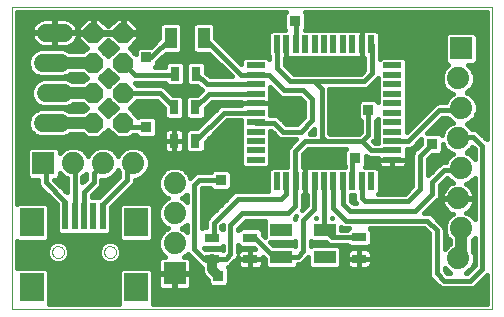
<source format=gtl>
G75*
G70*
%OFA0B0*%
%FSLAX24Y24*%
%IPPOS*%
%LPD*%
%AMOC8*
5,1,8,0,0,1.08239X$1,22.5*
%
%ADD10C,0.0000*%
%ADD11R,0.0591X0.0197*%
%ADD12R,0.0197X0.0591*%
%ADD13R,0.0748X0.0433*%
%ADD14R,0.0472X0.0315*%
%ADD15R,0.0315X0.0472*%
%ADD16C,0.0600*%
%ADD17R,0.0740X0.0740*%
%ADD18C,0.0740*%
%ADD19R,0.0394X0.0709*%
%ADD20OC8,0.0660*%
%ADD21R,0.0787X0.0945*%
%ADD22R,0.0197X0.0909*%
%ADD23C,0.0160*%
%ADD24R,0.0356X0.0356*%
%ADD25C,0.0400*%
%ADD26C,0.0320*%
D10*
X000180Y000416D02*
X000180Y010496D01*
X016180Y010496D01*
X016180Y000416D01*
X000180Y000416D01*
X001517Y002330D02*
X001519Y002357D01*
X001525Y002384D01*
X001534Y002410D01*
X001547Y002434D01*
X001563Y002457D01*
X001582Y002476D01*
X001604Y002493D01*
X001628Y002507D01*
X001653Y002517D01*
X001680Y002524D01*
X001707Y002527D01*
X001735Y002526D01*
X001762Y002521D01*
X001788Y002513D01*
X001812Y002501D01*
X001835Y002485D01*
X001856Y002467D01*
X001873Y002446D01*
X001888Y002422D01*
X001899Y002397D01*
X001907Y002371D01*
X001911Y002344D01*
X001911Y002316D01*
X001907Y002289D01*
X001899Y002263D01*
X001888Y002238D01*
X001873Y002214D01*
X001856Y002193D01*
X001835Y002175D01*
X001813Y002159D01*
X001788Y002147D01*
X001762Y002139D01*
X001735Y002134D01*
X001707Y002133D01*
X001680Y002136D01*
X001653Y002143D01*
X001628Y002153D01*
X001604Y002167D01*
X001582Y002184D01*
X001563Y002203D01*
X001547Y002226D01*
X001534Y002250D01*
X001525Y002276D01*
X001519Y002303D01*
X001517Y002330D01*
X003249Y002330D02*
X003251Y002357D01*
X003257Y002384D01*
X003266Y002410D01*
X003279Y002434D01*
X003295Y002457D01*
X003314Y002476D01*
X003336Y002493D01*
X003360Y002507D01*
X003385Y002517D01*
X003412Y002524D01*
X003439Y002527D01*
X003467Y002526D01*
X003494Y002521D01*
X003520Y002513D01*
X003544Y002501D01*
X003567Y002485D01*
X003588Y002467D01*
X003605Y002446D01*
X003620Y002422D01*
X003631Y002397D01*
X003639Y002371D01*
X003643Y002344D01*
X003643Y002316D01*
X003639Y002289D01*
X003631Y002263D01*
X003620Y002238D01*
X003605Y002214D01*
X003588Y002193D01*
X003567Y002175D01*
X003545Y002159D01*
X003520Y002147D01*
X003494Y002139D01*
X003467Y002134D01*
X003439Y002133D01*
X003412Y002136D01*
X003385Y002143D01*
X003360Y002153D01*
X003336Y002167D01*
X003314Y002184D01*
X003295Y002203D01*
X003279Y002226D01*
X003266Y002250D01*
X003257Y002276D01*
X003251Y002303D01*
X003249Y002330D01*
D11*
X008297Y005401D03*
X008297Y005716D03*
X008297Y006031D03*
X008297Y006346D03*
X008297Y006661D03*
X008297Y006976D03*
X008297Y007291D03*
X008297Y007606D03*
X008297Y007921D03*
X008297Y008236D03*
X008297Y008551D03*
X012863Y008551D03*
X012863Y008236D03*
X012863Y007921D03*
X012863Y007606D03*
X012863Y007291D03*
X012863Y006976D03*
X012863Y006661D03*
X012863Y006346D03*
X012863Y006031D03*
X012863Y005716D03*
X012863Y005401D03*
D12*
X012155Y004693D03*
X011840Y004693D03*
X011525Y004693D03*
X011210Y004693D03*
X010895Y004693D03*
X010580Y004693D03*
X010265Y004693D03*
X009950Y004693D03*
X009635Y004693D03*
X009320Y004693D03*
X009005Y004693D03*
X009005Y009259D03*
X009320Y009259D03*
X009635Y009259D03*
X009950Y009259D03*
X010265Y009259D03*
X010580Y009259D03*
X010895Y009259D03*
X011210Y009259D03*
X011525Y009259D03*
X011840Y009259D03*
X012155Y009259D03*
D13*
X010608Y003069D03*
X010608Y002163D03*
X009152Y002163D03*
X009152Y003069D03*
D14*
X008120Y002810D03*
X008120Y002102D03*
X006840Y002102D03*
X006840Y002810D03*
X011750Y002820D03*
X011750Y002112D03*
D15*
X006294Y006036D03*
X005586Y006036D03*
X005586Y007156D03*
X006294Y007156D03*
X006314Y008276D03*
X005606Y008276D03*
D16*
X001900Y007636D02*
X001300Y007636D01*
X001200Y006636D02*
X001800Y006636D01*
X001800Y008636D02*
X001200Y008636D01*
X001300Y009636D02*
X001900Y009636D01*
D17*
X001220Y005296D03*
X005600Y001616D03*
X015150Y009116D03*
D18*
X015050Y008116D03*
X015150Y007116D03*
X015050Y006116D03*
X015150Y005116D03*
X015050Y004116D03*
X015150Y003116D03*
X015050Y002116D03*
X005600Y002616D03*
X005600Y003616D03*
X005600Y004616D03*
X004220Y005296D03*
X003220Y005296D03*
X002220Y005296D03*
D19*
X005469Y009476D03*
X006571Y009476D03*
D20*
X003885Y009631D03*
X002885Y009631D03*
X002885Y008631D03*
X003885Y008631D03*
X003885Y007631D03*
X002885Y007631D03*
X002885Y006631D03*
X003885Y006631D03*
D21*
X004312Y003314D03*
X004312Y001149D03*
X000848Y001149D03*
X000848Y003314D03*
D22*
X001950Y003536D03*
X002265Y003536D03*
X002580Y003536D03*
X002895Y003536D03*
X003210Y003536D03*
D23*
X003210Y003926D01*
X004020Y004736D01*
X004020Y005096D01*
X004220Y005296D01*
X004736Y005488D02*
X007821Y005488D01*
X007821Y005647D02*
X006553Y005647D01*
X006526Y005620D02*
X006632Y005725D01*
X006632Y006006D01*
X007342Y006716D01*
X007821Y006716D01*
X007821Y005228D01*
X007927Y005123D01*
X008666Y005123D01*
X008772Y005228D01*
X008772Y006376D01*
X008802Y006376D01*
X009053Y006126D01*
X009148Y006086D01*
X009642Y006086D01*
X009473Y005916D01*
X009400Y005843D01*
X009360Y005748D01*
X009360Y005168D01*
X008832Y005168D01*
X008727Y005062D01*
X008727Y004356D01*
X007648Y004356D01*
X007553Y004316D01*
X006753Y003516D01*
X006680Y003443D01*
X006640Y003348D01*
X006640Y003148D01*
X006529Y003148D01*
X006520Y003139D01*
X006520Y004468D01*
X006528Y004476D01*
X006789Y004476D01*
X006887Y004378D01*
X007393Y004378D01*
X007498Y004483D01*
X007498Y004989D01*
X007393Y005094D01*
X006887Y005094D01*
X006789Y004996D01*
X006368Y004996D01*
X006273Y004956D01*
X006118Y004802D01*
X006066Y004928D01*
X005912Y005082D01*
X005709Y005166D01*
X005491Y005166D01*
X005288Y005082D01*
X005134Y004928D01*
X005050Y004725D01*
X005050Y004507D01*
X005134Y004304D01*
X005288Y004150D01*
X005370Y004116D01*
X005288Y004082D01*
X005134Y003928D01*
X005050Y003725D01*
X005050Y003507D01*
X005134Y003304D01*
X005288Y003150D01*
X005370Y003116D01*
X005288Y003082D01*
X005134Y002928D01*
X005050Y002725D01*
X005050Y002507D01*
X005134Y002304D01*
X005272Y002166D01*
X005206Y002166D01*
X005161Y002154D01*
X005119Y002130D01*
X005086Y002097D01*
X005062Y002056D01*
X005050Y002010D01*
X005050Y001636D01*
X005580Y001636D01*
X005580Y001596D01*
X005620Y001596D01*
X005620Y001066D01*
X005994Y001066D01*
X006039Y001078D01*
X006081Y001102D01*
X006114Y001136D01*
X006138Y001177D01*
X006150Y001222D01*
X006150Y001596D01*
X005620Y001596D01*
X005620Y001636D01*
X006150Y001636D01*
X006150Y002010D01*
X006138Y002056D01*
X006114Y002097D01*
X006081Y002130D01*
X006039Y002154D01*
X005994Y002166D01*
X005928Y002166D01*
X006037Y002275D01*
X006040Y002269D01*
X006360Y001949D01*
X006424Y001885D01*
X006424Y001870D01*
X006500Y001793D01*
X006500Y001688D01*
X006552Y001563D01*
X006702Y001413D01*
X006702Y001283D01*
X006807Y001178D01*
X007313Y001178D01*
X007418Y001283D01*
X007418Y001789D01*
X007365Y001842D01*
X007447Y001876D01*
X007520Y001949D01*
X007680Y002109D01*
X007704Y002165D01*
X007704Y002102D01*
X008120Y002102D01*
X008120Y002439D01*
X007860Y002439D01*
X007814Y002427D01*
X007773Y002403D01*
X007740Y002370D01*
X007720Y002335D01*
X007720Y002562D01*
X007809Y002473D01*
X008235Y002473D01*
X008269Y002439D01*
X008120Y002439D01*
X008120Y002102D01*
X008120Y002102D01*
X008536Y002102D01*
X008536Y002172D01*
X008598Y002111D01*
X008598Y001872D01*
X008703Y001767D01*
X009600Y001767D01*
X009706Y001872D01*
X009706Y001916D01*
X009752Y001916D01*
X009847Y001956D01*
X009920Y002029D01*
X010027Y002136D01*
X010054Y002163D01*
X010054Y001872D01*
X010160Y001767D01*
X011057Y001767D01*
X011162Y001872D01*
X011162Y002454D01*
X011057Y002560D01*
X010160Y002560D01*
X010140Y002540D01*
X010140Y002692D01*
X010160Y002672D01*
X010637Y002672D01*
X010709Y002600D01*
X010805Y002560D01*
X011362Y002560D01*
X011439Y002483D01*
X012061Y002483D01*
X012166Y002588D01*
X012166Y003052D01*
X012103Y003116D01*
X013912Y003116D01*
X014080Y002948D01*
X014080Y001564D01*
X014120Y001469D01*
X014360Y001229D01*
X014433Y001156D01*
X014528Y001116D01*
X015512Y001116D01*
X015607Y001156D01*
X016000Y001548D01*
X016000Y000596D01*
X004880Y000596D01*
X004886Y000602D01*
X004886Y001696D01*
X004781Y001801D01*
X003844Y001801D01*
X003739Y001696D01*
X003739Y000602D01*
X003744Y000596D01*
X001416Y000596D01*
X001421Y000602D01*
X001421Y001696D01*
X001316Y001801D01*
X000379Y001801D01*
X000360Y001782D01*
X000360Y002681D01*
X000379Y002662D01*
X001316Y002662D01*
X001421Y002767D01*
X001421Y003861D01*
X001316Y003966D01*
X000379Y003966D01*
X000360Y003947D01*
X000360Y010316D01*
X009309Y010316D01*
X009262Y010269D01*
X009262Y009763D01*
X009290Y009735D01*
X009198Y009735D01*
X009182Y009731D01*
X009178Y009735D01*
X008832Y009735D01*
X008727Y009629D01*
X008727Y008890D01*
X008745Y008871D01*
X008745Y008750D01*
X008666Y008829D01*
X007927Y008829D01*
X007821Y008724D01*
X007821Y008594D01*
X006948Y009467D01*
X006948Y009905D01*
X006843Y010010D01*
X006300Y010010D01*
X006194Y009905D01*
X006194Y009047D01*
X006300Y008942D01*
X006738Y008942D01*
X007499Y008181D01*
X006777Y008181D01*
X006652Y008306D01*
X006652Y008587D01*
X006546Y008692D01*
X006082Y008692D01*
X005977Y008587D01*
X005977Y007965D01*
X006082Y007860D01*
X006363Y007860D01*
X006497Y007726D01*
X006343Y007572D01*
X006062Y007572D01*
X005957Y007467D01*
X005957Y006845D01*
X006062Y006740D01*
X006526Y006740D01*
X006632Y006845D01*
X006632Y007126D01*
X006852Y007346D01*
X007821Y007346D01*
X007821Y007291D01*
X007821Y007236D01*
X007183Y007236D01*
X007087Y007196D01*
X006343Y006452D01*
X006062Y006452D01*
X005957Y006347D01*
X005957Y005725D01*
X006062Y005620D01*
X006526Y005620D01*
X006632Y005805D02*
X007821Y005805D01*
X007821Y005964D02*
X006632Y005964D01*
X006748Y006122D02*
X007821Y006122D01*
X007821Y006281D02*
X006907Y006281D01*
X007065Y006439D02*
X007821Y006439D01*
X007821Y006598D02*
X007224Y006598D01*
X006805Y006915D02*
X006632Y006915D01*
X006647Y006756D02*
X006543Y006756D01*
X006488Y006598D02*
X005018Y006598D01*
X005018Y006439D02*
X005357Y006439D01*
X005359Y006440D02*
X005318Y006416D01*
X005284Y006383D01*
X005260Y006342D01*
X005248Y006296D01*
X005248Y006036D01*
X005248Y005776D01*
X005260Y005730D01*
X005284Y005689D01*
X005318Y005656D01*
X005359Y005632D01*
X005404Y005620D01*
X005586Y005620D01*
X005767Y005620D01*
X005813Y005632D01*
X005854Y005656D01*
X005887Y005689D01*
X005911Y005730D01*
X005923Y005776D01*
X005923Y006036D01*
X005586Y006036D01*
X005586Y006036D01*
X005923Y006036D01*
X005923Y006296D01*
X005911Y006342D01*
X005887Y006383D01*
X005854Y006416D01*
X005813Y006440D01*
X005767Y006452D01*
X005586Y006452D01*
X005586Y006036D01*
X005586Y005620D01*
X005586Y006036D01*
X005586Y006036D01*
X005586Y006036D01*
X005586Y006452D01*
X005404Y006452D01*
X005359Y006440D01*
X005248Y006281D02*
X005018Y006281D01*
X005018Y006243D02*
X005018Y006749D01*
X004913Y006854D01*
X004407Y006854D01*
X004395Y006842D01*
X004106Y007131D01*
X004346Y007371D01*
X005003Y007371D01*
X005248Y007126D01*
X005248Y006845D01*
X005354Y006740D01*
X005818Y006740D01*
X005923Y006845D01*
X005923Y007467D01*
X005818Y007572D01*
X005537Y007572D01*
X005258Y007851D01*
X005163Y007891D01*
X004346Y007891D01*
X004266Y007971D01*
X005268Y007971D01*
X005268Y007965D01*
X005374Y007860D01*
X005838Y007860D01*
X005943Y007965D01*
X005943Y008587D01*
X005838Y008692D01*
X005374Y008692D01*
X005268Y008587D01*
X005268Y008491D01*
X004945Y008491D01*
X005018Y008563D01*
X005018Y008658D01*
X005302Y008942D01*
X005740Y008942D01*
X005846Y009047D01*
X005846Y009905D01*
X005740Y010010D01*
X005197Y010010D01*
X005092Y009905D01*
X005092Y009467D01*
X004799Y009174D01*
X004407Y009174D01*
X004302Y009069D01*
X004302Y008935D01*
X004106Y009131D01*
X004395Y009419D01*
X004395Y009611D01*
X003905Y009611D01*
X003905Y009651D01*
X003865Y009651D01*
X003865Y010141D01*
X003674Y010141D01*
X003385Y009852D01*
X003096Y010141D01*
X002905Y010141D01*
X002905Y009651D01*
X002865Y009651D01*
X002865Y010141D01*
X002674Y010141D01*
X002375Y009842D01*
X002375Y009705D01*
X002368Y009748D01*
X002345Y009820D01*
X002311Y009888D01*
X002266Y009949D01*
X002213Y010002D01*
X002152Y010047D01*
X002084Y010081D01*
X002012Y010104D01*
X001938Y010116D01*
X001620Y010116D01*
X001620Y009656D01*
X002375Y009656D01*
X002375Y009651D01*
X002865Y009651D01*
X002865Y009611D01*
X002380Y009611D01*
X002380Y009616D01*
X001620Y009616D01*
X001620Y009156D01*
X001938Y009156D01*
X002012Y009168D01*
X002084Y009191D01*
X002152Y009225D01*
X002213Y009270D01*
X002266Y009323D01*
X002311Y009384D01*
X002345Y009452D01*
X002368Y009524D01*
X002375Y009567D01*
X002375Y009419D01*
X002664Y009131D01*
X002549Y009016D01*
X002099Y009016D01*
X002072Y009043D01*
X001895Y009116D01*
X001105Y009116D01*
X000928Y009043D01*
X000793Y008908D01*
X000720Y008732D01*
X000720Y008541D01*
X000793Y008364D01*
X000928Y008229D01*
X001105Y008156D01*
X001895Y008156D01*
X002072Y008229D01*
X002099Y008256D01*
X002538Y008256D01*
X002664Y008131D01*
X002549Y008016D01*
X002199Y008016D01*
X002172Y008043D01*
X001995Y008116D01*
X001205Y008116D01*
X001028Y008043D01*
X000893Y007908D01*
X000820Y007732D01*
X000820Y007541D01*
X000893Y007364D01*
X001028Y007229D01*
X001205Y007156D01*
X001995Y007156D01*
X002172Y007229D01*
X002199Y007256D01*
X002538Y007256D01*
X002664Y007131D01*
X002549Y007016D01*
X002099Y007016D01*
X002072Y007043D01*
X001895Y007116D01*
X001105Y007116D01*
X000928Y007043D01*
X000793Y006908D01*
X000720Y006732D01*
X000720Y006541D01*
X000793Y006364D01*
X000928Y006229D01*
X001105Y006156D01*
X001895Y006156D01*
X002072Y006229D01*
X002099Y006256D01*
X002538Y006256D01*
X002674Y006121D01*
X003096Y006121D01*
X003385Y006409D01*
X003674Y006121D01*
X004096Y006121D01*
X004212Y006236D01*
X004309Y006236D01*
X004407Y006138D01*
X004913Y006138D01*
X005018Y006243D01*
X005248Y006122D02*
X004098Y006122D01*
X004111Y005846D02*
X003908Y005762D01*
X003754Y005608D01*
X003720Y005526D01*
X003686Y005608D01*
X003532Y005762D01*
X003329Y005846D01*
X003111Y005846D01*
X002908Y005762D01*
X002754Y005608D01*
X002720Y005526D01*
X002686Y005608D01*
X002532Y005762D01*
X002329Y005846D01*
X002111Y005846D01*
X001908Y005762D01*
X001770Y005624D01*
X001770Y005741D01*
X001665Y005846D01*
X000775Y005846D01*
X000670Y005741D01*
X000670Y004851D01*
X000775Y004746D01*
X001040Y004746D01*
X001040Y004604D01*
X001080Y004509D01*
X001153Y004436D01*
X001672Y003917D01*
X001672Y003007D01*
X001777Y002902D01*
X003383Y002902D01*
X003488Y003007D01*
X003488Y003837D01*
X004167Y004516D01*
X004240Y004589D01*
X004280Y004684D01*
X004280Y004746D01*
X004329Y004746D01*
X004532Y004830D01*
X004686Y004984D01*
X004770Y005187D01*
X004770Y005405D01*
X004686Y005608D01*
X004532Y005762D01*
X004329Y005846D01*
X004111Y005846D01*
X004012Y005805D02*
X003428Y005805D01*
X003647Y005647D02*
X003793Y005647D01*
X004428Y005805D02*
X005248Y005805D01*
X005248Y005964D02*
X000360Y005964D01*
X000360Y005805D02*
X000734Y005805D01*
X000670Y005647D02*
X000360Y005647D01*
X000360Y005488D02*
X000670Y005488D01*
X000670Y005330D02*
X000360Y005330D01*
X000360Y005171D02*
X000670Y005171D01*
X000670Y005013D02*
X000360Y005013D01*
X000360Y004854D02*
X000670Y004854D01*
X000360Y004696D02*
X001040Y004696D01*
X001068Y004537D02*
X000360Y004537D01*
X000360Y004379D02*
X001210Y004379D01*
X001368Y004220D02*
X000360Y004220D01*
X000360Y004062D02*
X001527Y004062D01*
X001672Y003903D02*
X001379Y003903D01*
X001421Y003745D02*
X001672Y003745D01*
X001672Y003586D02*
X001421Y003586D01*
X001421Y003428D02*
X001672Y003428D01*
X001950Y003536D02*
X001950Y004006D01*
X001300Y004656D01*
X001300Y005216D01*
X001220Y005296D01*
X001770Y004968D02*
X001908Y004830D01*
X002005Y004790D01*
X002005Y004319D01*
X001578Y004746D01*
X001665Y004746D01*
X001770Y004851D01*
X001770Y004968D01*
X001770Y004854D02*
X001884Y004854D01*
X002005Y004696D02*
X001628Y004696D01*
X001787Y004537D02*
X002005Y004537D01*
X002005Y004379D02*
X001945Y004379D01*
X002580Y004336D02*
X002900Y004656D01*
X002900Y004976D01*
X003220Y005296D01*
X003720Y005066D02*
X003754Y004984D01*
X003760Y004978D01*
X003760Y004844D01*
X003087Y004170D01*
X003037Y004170D01*
X002840Y004170D01*
X002840Y004228D01*
X003047Y004436D01*
X003120Y004509D01*
X003160Y004604D01*
X003160Y004746D01*
X003329Y004746D01*
X003532Y004830D01*
X003686Y004984D01*
X003720Y005066D01*
X003698Y005013D02*
X003742Y005013D01*
X003760Y004854D02*
X003556Y004854D01*
X003612Y004696D02*
X003160Y004696D01*
X003132Y004537D02*
X003453Y004537D01*
X003295Y004379D02*
X002990Y004379D01*
X003136Y004220D02*
X002840Y004220D01*
X002580Y004336D02*
X002580Y003536D01*
X002265Y003536D02*
X002265Y005251D01*
X002220Y005296D01*
X002640Y004938D02*
X002640Y004764D01*
X002525Y004649D01*
X002525Y004827D01*
X002532Y004830D01*
X002640Y004938D01*
X002640Y004854D02*
X002556Y004854D01*
X002572Y004696D02*
X002525Y004696D01*
X003555Y003903D02*
X003781Y003903D01*
X003739Y003861D02*
X003844Y003966D01*
X004781Y003966D01*
X004886Y003861D01*
X004886Y002767D01*
X004781Y002662D01*
X003844Y002662D01*
X003739Y002767D01*
X003739Y003861D01*
X003739Y003745D02*
X003488Y003745D01*
X003488Y003586D02*
X003739Y003586D01*
X003739Y003428D02*
X003488Y003428D01*
X003488Y003269D02*
X003739Y003269D01*
X003739Y003111D02*
X003488Y003111D01*
X003433Y002952D02*
X003739Y002952D01*
X003739Y002794D02*
X001421Y002794D01*
X001421Y002952D02*
X001727Y002952D01*
X001672Y003111D02*
X001421Y003111D01*
X001421Y003269D02*
X001672Y003269D01*
X001639Y002707D02*
X001500Y002649D01*
X001394Y002543D01*
X001337Y002405D01*
X001337Y002255D01*
X001394Y002116D01*
X001500Y002010D01*
X001639Y001953D01*
X001789Y001953D01*
X001927Y002010D01*
X002033Y002116D01*
X002091Y002255D01*
X002091Y002405D01*
X002033Y002543D01*
X001927Y002649D01*
X001789Y002707D01*
X001639Y002707D01*
X001486Y002635D02*
X000360Y002635D01*
X000360Y002477D02*
X001367Y002477D01*
X001337Y002318D02*
X000360Y002318D01*
X000360Y002160D02*
X001376Y002160D01*
X001523Y002001D02*
X000360Y002001D01*
X000360Y001843D02*
X005050Y001843D01*
X005050Y002001D02*
X003637Y002001D01*
X003660Y002010D02*
X003766Y002116D01*
X003823Y002255D01*
X003823Y002405D01*
X003766Y002543D01*
X003660Y002649D01*
X003521Y002707D01*
X003371Y002707D01*
X003233Y002649D01*
X003127Y002543D01*
X003069Y002405D01*
X003069Y002255D01*
X003127Y002116D01*
X003233Y002010D01*
X003371Y001953D01*
X003521Y001953D01*
X003660Y002010D01*
X003784Y002160D02*
X005182Y002160D01*
X005128Y002318D02*
X003823Y002318D01*
X003793Y002477D02*
X005062Y002477D01*
X005050Y002635D02*
X003674Y002635D01*
X003218Y002635D02*
X001942Y002635D01*
X002061Y002477D02*
X003099Y002477D01*
X003069Y002318D02*
X002091Y002318D01*
X002051Y002160D02*
X003109Y002160D01*
X003255Y002001D02*
X001905Y002001D01*
X001421Y001684D02*
X003739Y001684D01*
X003739Y001526D02*
X001421Y001526D01*
X001421Y001367D02*
X003739Y001367D01*
X003739Y001209D02*
X001421Y001209D01*
X001421Y001050D02*
X003739Y001050D01*
X003739Y000892D02*
X001421Y000892D01*
X001421Y000733D02*
X003739Y000733D01*
X004886Y000733D02*
X016000Y000733D01*
X016000Y000892D02*
X004886Y000892D01*
X004886Y001050D02*
X016000Y001050D01*
X016000Y001209D02*
X015660Y001209D01*
X015819Y001367D02*
X016000Y001367D01*
X016000Y001526D02*
X015977Y001526D01*
X015860Y001776D02*
X015860Y005856D01*
X015540Y006176D01*
X015110Y006176D01*
X015050Y006116D01*
X014538Y005915D02*
X014584Y005804D01*
X014738Y005650D01*
X014870Y005595D01*
X014838Y005582D01*
X014684Y005428D01*
X014638Y005316D01*
X014528Y005316D01*
X014433Y005276D01*
X014360Y005203D01*
X014040Y004884D01*
X014040Y005428D01*
X014190Y005578D01*
X014433Y005578D01*
X014538Y005683D01*
X014538Y005915D01*
X014538Y005805D02*
X014584Y005805D01*
X014501Y005647D02*
X014746Y005647D01*
X014744Y005488D02*
X014100Y005488D01*
X014040Y005330D02*
X014643Y005330D01*
X014580Y005056D02*
X015090Y005056D01*
X015150Y005116D01*
X015600Y004788D02*
X015600Y003444D01*
X015462Y003582D01*
X015325Y003639D01*
X015338Y003646D01*
X015408Y003697D01*
X015470Y003758D01*
X015520Y003828D01*
X015560Y003905D01*
X015586Y003987D01*
X015600Y004073D01*
X015600Y004096D01*
X015070Y004096D01*
X015070Y004136D01*
X015600Y004136D01*
X015600Y004159D01*
X015586Y004245D01*
X015560Y004327D01*
X015520Y004404D01*
X015470Y004474D01*
X015408Y004536D01*
X015338Y004586D01*
X015325Y004593D01*
X015462Y004650D01*
X015600Y004788D01*
X015600Y004696D02*
X015507Y004696D01*
X015600Y004537D02*
X015406Y004537D01*
X015534Y004379D02*
X015600Y004379D01*
X015590Y004220D02*
X015600Y004220D01*
X015598Y004062D02*
X015600Y004062D01*
X015600Y003903D02*
X015559Y003903D01*
X015600Y003745D02*
X015456Y003745D01*
X015453Y003586D02*
X015600Y003586D01*
X014871Y003596D02*
X014838Y003582D01*
X014684Y003428D01*
X014600Y003225D01*
X014600Y003007D01*
X014684Y002804D01*
X014770Y002718D01*
X014770Y002595D01*
X014738Y002582D01*
X014600Y002444D01*
X014600Y003108D01*
X014560Y003203D01*
X014487Y003276D01*
X014167Y003596D01*
X014072Y003636D01*
X013928Y003636D01*
X014327Y004036D01*
X014400Y004109D01*
X014440Y004204D01*
X014440Y004548D01*
X014688Y004796D01*
X014692Y004796D01*
X014838Y004650D01*
X014871Y004636D01*
X014839Y004626D01*
X014762Y004586D01*
X014692Y004536D01*
X014630Y004474D01*
X014580Y004404D01*
X014540Y004327D01*
X014514Y004245D01*
X014500Y004159D01*
X014500Y004136D01*
X015030Y004136D01*
X015030Y004096D01*
X014500Y004096D01*
X014500Y004073D01*
X014514Y003987D01*
X014540Y003905D01*
X014580Y003828D01*
X014630Y003758D01*
X014692Y003697D01*
X014762Y003646D01*
X014839Y003606D01*
X014871Y003596D01*
X014847Y003586D02*
X014178Y003586D01*
X014336Y003428D02*
X014684Y003428D01*
X014618Y003269D02*
X014495Y003269D01*
X014599Y003111D02*
X014600Y003111D01*
X014600Y002952D02*
X014623Y002952D01*
X014600Y002794D02*
X014695Y002794D01*
X014770Y002635D02*
X014600Y002635D01*
X014600Y002477D02*
X014633Y002477D01*
X014080Y002477D02*
X011140Y002477D01*
X011346Y002339D02*
X011370Y002380D01*
X011403Y002413D01*
X011444Y002437D01*
X011490Y002449D01*
X011750Y002449D01*
X011750Y002112D01*
X011750Y002112D01*
X011750Y002449D01*
X012010Y002449D01*
X012056Y002437D01*
X012097Y002413D01*
X012130Y002380D01*
X012154Y002339D01*
X012166Y002293D01*
X012166Y002112D01*
X011750Y002112D01*
X011750Y002112D01*
X011334Y002112D01*
X011334Y002293D01*
X011346Y002339D01*
X011341Y002318D02*
X011162Y002318D01*
X011162Y002160D02*
X011334Y002160D01*
X011334Y002112D02*
X011334Y001931D01*
X011346Y001885D01*
X011370Y001844D01*
X011403Y001810D01*
X011444Y001786D01*
X011490Y001774D01*
X011750Y001774D01*
X011750Y002112D01*
X011750Y002112D01*
X011334Y002112D01*
X011334Y002001D02*
X011162Y002001D01*
X011133Y001843D02*
X011371Y001843D01*
X011750Y001843D02*
X011750Y001843D01*
X011750Y001774D02*
X012010Y001774D01*
X012056Y001786D01*
X012097Y001810D01*
X012130Y001844D01*
X012154Y001885D01*
X012166Y001931D01*
X012166Y002112D01*
X011750Y002112D01*
X011750Y001774D01*
X011750Y002001D02*
X011750Y002001D01*
X011750Y002112D02*
X011750Y002112D01*
X011750Y002160D02*
X011750Y002160D01*
X011750Y002318D02*
X011750Y002318D01*
X012159Y002318D02*
X014080Y002318D01*
X014080Y002160D02*
X012166Y002160D01*
X012166Y002001D02*
X014080Y002001D01*
X014080Y001843D02*
X012129Y001843D01*
X012166Y002635D02*
X014080Y002635D01*
X014080Y002794D02*
X012166Y002794D01*
X012166Y002952D02*
X014076Y002952D01*
X014340Y003056D02*
X014340Y001616D01*
X014580Y001376D01*
X015460Y001376D01*
X015860Y001776D01*
X015600Y001884D02*
X015352Y001636D01*
X015328Y001636D01*
X015362Y001650D01*
X015516Y001804D01*
X015600Y002007D01*
X015600Y002225D01*
X015530Y002394D01*
X015530Y002718D01*
X015600Y002788D01*
X015600Y001884D01*
X015559Y001843D02*
X015532Y001843D01*
X015598Y002001D02*
X015600Y002001D01*
X015600Y002160D02*
X015600Y002160D01*
X015600Y002318D02*
X015562Y002318D01*
X015530Y002477D02*
X015600Y002477D01*
X015600Y002635D02*
X015530Y002635D01*
X014340Y003056D02*
X014020Y003376D01*
X011300Y003376D01*
X010895Y003781D01*
X010895Y004693D01*
X011210Y004693D02*
X011220Y004682D01*
X011220Y003936D01*
X011460Y003696D01*
X013620Y003696D01*
X014180Y004256D01*
X014180Y004656D01*
X014580Y005056D01*
X014327Y005171D02*
X014040Y005171D01*
X014040Y005013D02*
X014169Y005013D01*
X014587Y004696D02*
X014793Y004696D01*
X014694Y004537D02*
X014440Y004537D01*
X014440Y004379D02*
X014566Y004379D01*
X014510Y004220D02*
X014440Y004220D01*
X014502Y004062D02*
X014353Y004062D01*
X014195Y003903D02*
X014541Y003903D01*
X014644Y003745D02*
X014036Y003745D01*
X013380Y004016D02*
X013780Y004416D01*
X013780Y005536D01*
X014180Y005936D01*
X013822Y005946D02*
X013822Y006090D01*
X013542Y005811D01*
X013447Y005771D01*
X013339Y005771D01*
X013339Y005543D01*
X013335Y005539D01*
X013339Y005523D01*
X013339Y005401D01*
X012863Y005401D01*
X012388Y005401D01*
X012388Y005279D01*
X012400Y005233D01*
X012424Y005192D01*
X012458Y005159D01*
X012499Y005135D01*
X012544Y005123D01*
X012863Y005123D01*
X012863Y005401D01*
X012863Y005401D01*
X012863Y005401D01*
X012388Y005401D01*
X012388Y005456D01*
X012108Y005456D01*
X012013Y005496D01*
X011978Y005530D01*
X011978Y005203D01*
X011943Y005168D01*
X012328Y005168D01*
X012433Y005062D01*
X012433Y004323D01*
X012387Y004276D01*
X013272Y004276D01*
X013520Y004524D01*
X013520Y005588D01*
X013560Y005683D01*
X013822Y005946D01*
X013822Y005964D02*
X013695Y005964D01*
X013681Y005805D02*
X013529Y005805D01*
X013544Y005647D02*
X013339Y005647D01*
X013339Y005488D02*
X013520Y005488D01*
X013339Y005401D02*
X012863Y005401D01*
X012863Y005123D01*
X013182Y005123D01*
X013228Y005135D01*
X013269Y005159D01*
X013303Y005192D01*
X013326Y005233D01*
X013339Y005279D01*
X013339Y005401D01*
X013339Y005330D02*
X013520Y005330D01*
X013520Y005171D02*
X013282Y005171D01*
X013520Y005013D02*
X012433Y005013D01*
X012433Y004854D02*
X013520Y004854D01*
X013520Y004696D02*
X012433Y004696D01*
X012433Y004537D02*
X013520Y004537D01*
X013375Y004379D02*
X012433Y004379D01*
X012863Y004773D02*
X012980Y004656D01*
X012863Y004773D02*
X012863Y005401D01*
X012863Y005401D01*
X012863Y005330D02*
X012863Y005330D01*
X012863Y005171D02*
X012863Y005171D01*
X012445Y005171D02*
X011946Y005171D01*
X011978Y005330D02*
X012388Y005330D01*
X012031Y005488D02*
X011978Y005488D01*
X012160Y005716D02*
X011860Y006016D01*
X012060Y006216D01*
X012060Y007056D01*
X011702Y007073D02*
X010760Y007073D01*
X010760Y007232D02*
X011702Y007232D01*
X011702Y007309D02*
X011702Y006803D01*
X011800Y006705D01*
X011800Y006324D01*
X011752Y006276D01*
X010768Y006276D01*
X010760Y006284D01*
X010760Y007756D01*
X011962Y007756D01*
X012057Y007796D01*
X012388Y008127D01*
X012388Y008063D01*
X012388Y007339D01*
X012313Y007414D01*
X011807Y007414D01*
X011702Y007309D01*
X011783Y007390D02*
X010760Y007390D01*
X010760Y007549D02*
X012388Y007549D01*
X012388Y007390D02*
X012337Y007390D01*
X012388Y007707D02*
X010760Y007707D01*
X010500Y007776D02*
X010260Y008016D01*
X011910Y008016D01*
X012180Y008286D01*
X012180Y009234D01*
X012155Y009259D01*
X012433Y009302D02*
X012433Y009629D01*
X012328Y009735D01*
X011982Y009735D01*
X011978Y009731D01*
X011962Y009735D01*
X011840Y009735D01*
X011840Y009260D01*
X011840Y009260D01*
X011840Y009735D01*
X011718Y009735D01*
X011702Y009731D01*
X011698Y009735D01*
X009950Y009735D01*
X009978Y009763D01*
X009978Y010269D01*
X009931Y010316D01*
X016000Y010316D01*
X016000Y006084D01*
X015760Y006323D01*
X015687Y006396D01*
X015592Y006436D01*
X015508Y006436D01*
X015362Y006582D01*
X015330Y006595D01*
X015462Y006650D01*
X015616Y006804D01*
X015700Y007007D01*
X015700Y007225D01*
X015616Y007428D01*
X015462Y007582D01*
X015330Y007637D01*
X015362Y007650D01*
X015516Y007804D01*
X015600Y008007D01*
X015600Y008225D01*
X015516Y008428D01*
X015378Y008566D01*
X015595Y008566D01*
X015700Y008671D01*
X015700Y009561D01*
X015595Y009666D01*
X014705Y009666D01*
X014600Y009561D01*
X014600Y008671D01*
X014705Y008566D01*
X014722Y008566D01*
X014584Y008428D01*
X014500Y008225D01*
X014500Y008007D01*
X014584Y007804D01*
X014738Y007650D01*
X014870Y007595D01*
X014838Y007582D01*
X014684Y007428D01*
X014638Y007316D01*
X014368Y007316D01*
X014273Y007276D01*
X014200Y007203D01*
X013339Y006342D01*
X013339Y008724D01*
X013233Y008829D01*
X012494Y008829D01*
X012440Y008776D01*
X012440Y009286D01*
X012433Y009302D01*
X012438Y009292D02*
X014600Y009292D01*
X014600Y009451D02*
X012433Y009451D01*
X012433Y009609D02*
X014648Y009609D01*
X014600Y009134D02*
X012440Y009134D01*
X012440Y008975D02*
X014600Y008975D01*
X014600Y008817D02*
X013246Y008817D01*
X013339Y008658D02*
X014613Y008658D01*
X014656Y008500D02*
X013339Y008500D01*
X013339Y008341D02*
X014548Y008341D01*
X014500Y008183D02*
X013339Y008183D01*
X013339Y008024D02*
X014500Y008024D01*
X014558Y007866D02*
X013339Y007866D01*
X013339Y007707D02*
X014681Y007707D01*
X014805Y007549D02*
X013339Y007549D01*
X013339Y007390D02*
X014668Y007390D01*
X014420Y007056D02*
X015090Y007056D01*
X015150Y007116D01*
X015662Y006915D02*
X016000Y006915D01*
X016000Y006756D02*
X015568Y006756D01*
X015335Y006598D02*
X016000Y006598D01*
X016000Y006439D02*
X015505Y006439D01*
X015803Y006281D02*
X016000Y006281D01*
X016000Y006122D02*
X015962Y006122D01*
X015600Y005748D02*
X015524Y005824D01*
X015516Y005804D01*
X015362Y005650D01*
X015330Y005637D01*
X015462Y005582D01*
X015600Y005444D01*
X015600Y005748D01*
X015543Y005805D02*
X015516Y005805D01*
X015600Y005647D02*
X015354Y005647D01*
X015556Y005488D02*
X015600Y005488D01*
X014500Y006226D02*
X014433Y006294D01*
X014026Y006294D01*
X014528Y006796D01*
X014692Y006796D01*
X014838Y006650D01*
X014870Y006637D01*
X014738Y006582D01*
X014584Y006428D01*
X014500Y006226D01*
X014523Y006281D02*
X014446Y006281D01*
X014595Y006439D02*
X014171Y006439D01*
X014329Y006598D02*
X014775Y006598D01*
X014732Y006756D02*
X014488Y006756D01*
X014420Y007056D02*
X013395Y006031D01*
X012863Y006031D01*
X012863Y005716D02*
X012160Y005716D01*
X012268Y005976D02*
X012228Y006016D01*
X012280Y006069D01*
X012320Y006164D01*
X012320Y006705D01*
X012388Y006773D01*
X012388Y005976D01*
X012268Y005976D01*
X012302Y006122D02*
X012388Y006122D01*
X012388Y006281D02*
X012320Y006281D01*
X012320Y006439D02*
X012388Y006439D01*
X012388Y006598D02*
X012320Y006598D01*
X012371Y006756D02*
X012388Y006756D01*
X011800Y006598D02*
X010760Y006598D01*
X010760Y006439D02*
X011800Y006439D01*
X011757Y006281D02*
X010763Y006281D01*
X010500Y006176D02*
X010500Y007776D01*
X010260Y008016D02*
X009460Y008016D01*
X009005Y008471D01*
X009005Y009259D01*
X009320Y009259D02*
X009320Y009259D01*
X009320Y008784D01*
X009265Y008784D01*
X009265Y008579D01*
X009568Y008276D01*
X010208Y008276D01*
X011802Y008276D01*
X011920Y008394D01*
X011920Y008784D01*
X011840Y008784D01*
X011840Y009259D01*
X011840Y009259D01*
X011840Y008784D01*
X011718Y008784D01*
X011702Y008788D01*
X011698Y008784D01*
X009462Y008784D01*
X009458Y008788D01*
X009442Y008784D01*
X009320Y008784D01*
X009320Y009259D01*
X009320Y008636D01*
X009460Y008496D01*
X009940Y008496D01*
X011620Y008496D01*
X011840Y008716D01*
X011840Y009259D01*
X011840Y009292D02*
X011840Y009292D01*
X011840Y009451D02*
X011840Y009451D01*
X011840Y009609D02*
X011840Y009609D01*
X011840Y009134D02*
X011840Y009134D01*
X011840Y008975D02*
X011840Y008975D01*
X011840Y008817D02*
X011840Y008817D01*
X011920Y008658D02*
X009265Y008658D01*
X009320Y008817D02*
X009320Y008817D01*
X009320Y008975D02*
X009320Y008975D01*
X009320Y009134D02*
X009320Y009134D01*
X009635Y009259D02*
X009635Y010001D01*
X009620Y010016D01*
X009978Y010085D02*
X016000Y010085D01*
X016000Y010243D02*
X009978Y010243D01*
X009978Y009926D02*
X016000Y009926D01*
X016000Y009768D02*
X009978Y009768D01*
X009262Y009768D02*
X006948Y009768D01*
X006948Y009609D02*
X008727Y009609D01*
X008727Y009451D02*
X006964Y009451D01*
X007123Y009292D02*
X008727Y009292D01*
X008727Y009134D02*
X007281Y009134D01*
X007440Y008975D02*
X008727Y008975D01*
X008745Y008817D02*
X008679Y008817D01*
X009344Y008500D02*
X011920Y008500D01*
X011867Y008341D02*
X009503Y008341D01*
X009250Y007726D02*
X008740Y008236D01*
X008297Y008236D01*
X007811Y008236D01*
X006571Y009476D01*
X006194Y009451D02*
X005846Y009451D01*
X005846Y009292D02*
X006194Y009292D01*
X006194Y009134D02*
X005846Y009134D01*
X005774Y008975D02*
X006266Y008975D01*
X006048Y008658D02*
X005872Y008658D01*
X005943Y008500D02*
X005977Y008500D01*
X005977Y008341D02*
X005943Y008341D01*
X005943Y008183D02*
X005977Y008183D01*
X005977Y008024D02*
X005943Y008024D01*
X005843Y007866D02*
X006077Y007866D01*
X006478Y007707D02*
X005402Y007707D01*
X005368Y007866D02*
X005223Y007866D01*
X005111Y007631D02*
X005586Y007156D01*
X005923Y007232D02*
X005957Y007232D01*
X005957Y007073D02*
X005923Y007073D01*
X005923Y006915D02*
X005957Y006915D01*
X006046Y006756D02*
X005834Y006756D01*
X005814Y006439D02*
X006049Y006439D01*
X005957Y006281D02*
X005923Y006281D01*
X005923Y006122D02*
X005957Y006122D01*
X005957Y005964D02*
X005923Y005964D01*
X005923Y005805D02*
X005957Y005805D01*
X006036Y005647D02*
X005838Y005647D01*
X005586Y005647D02*
X005586Y005647D01*
X005586Y005805D02*
X005586Y005805D01*
X005586Y005964D02*
X005586Y005964D01*
X005586Y006036D02*
X005248Y006036D01*
X005586Y006036D01*
X005586Y006036D01*
X005586Y006122D02*
X005586Y006122D01*
X005586Y006281D02*
X005586Y006281D01*
X005586Y006439D02*
X005586Y006439D01*
X005337Y006756D02*
X005011Y006756D01*
X005248Y006915D02*
X004322Y006915D01*
X004395Y006842D02*
X004395Y006842D01*
X004164Y007073D02*
X005248Y007073D01*
X005142Y007232D02*
X004207Y007232D01*
X003664Y007131D02*
X003385Y007409D01*
X003106Y007131D01*
X003385Y006852D01*
X003664Y007131D01*
X003606Y007073D02*
X003164Y007073D01*
X003207Y007232D02*
X003563Y007232D01*
X003404Y007390D02*
X003366Y007390D01*
X003885Y007631D02*
X005111Y007631D01*
X005841Y007549D02*
X006039Y007549D01*
X005957Y007390D02*
X005923Y007390D01*
X006294Y007156D02*
X006744Y007606D01*
X008297Y007606D01*
X008297Y007921D02*
X006669Y007921D01*
X006314Y008276D01*
X006652Y008341D02*
X007338Y008341D01*
X007180Y008500D02*
X006652Y008500D01*
X006581Y008658D02*
X007021Y008658D01*
X006863Y008817D02*
X005177Y008817D01*
X005019Y008658D02*
X005339Y008658D01*
X005268Y008500D02*
X004954Y008500D01*
X004820Y008827D02*
X004660Y008816D01*
X004820Y008827D02*
X005469Y009476D01*
X005076Y009451D02*
X004395Y009451D01*
X004268Y009292D02*
X004917Y009292D01*
X005092Y009609D02*
X004395Y009609D01*
X004395Y009651D02*
X004395Y009842D01*
X004096Y010141D01*
X003905Y010141D01*
X003905Y009651D01*
X004395Y009651D01*
X004395Y009768D02*
X005092Y009768D01*
X005113Y009926D02*
X004311Y009926D01*
X004152Y010085D02*
X009262Y010085D01*
X009262Y010243D02*
X000360Y010243D01*
X000360Y010085D02*
X001127Y010085D01*
X001116Y010081D02*
X001048Y010047D01*
X000987Y010002D01*
X000934Y009949D01*
X000889Y009888D01*
X000855Y009820D01*
X000832Y009748D01*
X000820Y009674D01*
X000820Y009656D01*
X001580Y009656D01*
X001580Y009616D01*
X001620Y009616D01*
X001620Y009656D01*
X001580Y009656D01*
X001580Y010116D01*
X001262Y010116D01*
X001188Y010104D01*
X001116Y010081D01*
X000917Y009926D02*
X000360Y009926D01*
X000360Y009768D02*
X000838Y009768D01*
X000820Y009616D02*
X000820Y009598D01*
X000832Y009524D01*
X000855Y009452D01*
X000889Y009384D01*
X000934Y009323D01*
X000987Y009270D01*
X001048Y009225D01*
X001116Y009191D01*
X001188Y009168D01*
X001262Y009156D01*
X001580Y009156D01*
X001580Y009616D01*
X000820Y009616D01*
X000820Y009609D02*
X000360Y009609D01*
X000360Y009451D02*
X000856Y009451D01*
X000965Y009292D02*
X000360Y009292D01*
X000360Y009134D02*
X002661Y009134D01*
X002502Y009292D02*
X002235Y009292D01*
X002344Y009451D02*
X002375Y009451D01*
X002362Y009768D02*
X002375Y009768D01*
X002459Y009926D02*
X002283Y009926D01*
X002073Y010085D02*
X002618Y010085D01*
X002865Y010085D02*
X002905Y010085D01*
X002905Y009926D02*
X002865Y009926D01*
X002865Y009768D02*
X002905Y009768D01*
X002905Y009651D02*
X003395Y009651D01*
X003865Y009651D01*
X003865Y009611D01*
X002905Y009611D01*
X002905Y009651D01*
X003311Y009926D02*
X003459Y009926D01*
X003618Y010085D02*
X003152Y010085D01*
X003865Y010085D02*
X003905Y010085D01*
X003905Y009926D02*
X003865Y009926D01*
X003865Y009768D02*
X003905Y009768D01*
X003385Y009409D02*
X003664Y009131D01*
X003385Y008852D01*
X003106Y009131D01*
X003385Y009409D01*
X003268Y009292D02*
X003502Y009292D01*
X003661Y009134D02*
X003109Y009134D01*
X003262Y008975D02*
X003508Y008975D01*
X003885Y008631D02*
X004285Y008231D01*
X005560Y008231D01*
X005606Y008276D01*
X006776Y008183D02*
X007497Y008183D01*
X007757Y008658D02*
X007821Y008658D01*
X007914Y008817D02*
X007598Y008817D01*
X008772Y007837D02*
X009030Y007579D01*
X009103Y007506D01*
X009198Y007466D01*
X009782Y007466D01*
X009910Y007338D01*
X009910Y006824D01*
X009692Y006606D01*
X009308Y006606D01*
X009130Y006783D01*
X009057Y006856D01*
X008962Y006896D01*
X008772Y006896D01*
X008772Y007149D01*
X008768Y007153D01*
X008772Y007169D01*
X008772Y007291D01*
X008772Y007413D01*
X008768Y007429D01*
X008772Y007433D01*
X008772Y007837D01*
X008772Y007707D02*
X008901Y007707D01*
X008772Y007549D02*
X009060Y007549D01*
X009250Y007726D02*
X009890Y007726D01*
X010170Y007446D01*
X010170Y006716D01*
X009800Y006346D01*
X009200Y006346D01*
X008910Y006636D01*
X008322Y006636D01*
X008297Y006661D01*
X008297Y006976D02*
X007234Y006976D01*
X006294Y006036D01*
X005334Y005647D02*
X004647Y005647D01*
X004770Y005330D02*
X007821Y005330D01*
X007878Y005171D02*
X004764Y005171D01*
X004698Y005013D02*
X005219Y005013D01*
X005103Y004854D02*
X004556Y004854D01*
X004280Y004696D02*
X005050Y004696D01*
X005050Y004537D02*
X004189Y004537D01*
X004030Y004379D02*
X005103Y004379D01*
X005218Y004220D02*
X003872Y004220D01*
X003713Y004062D02*
X005268Y004062D01*
X005124Y003903D02*
X004844Y003903D01*
X004886Y003745D02*
X005058Y003745D01*
X005050Y003586D02*
X004886Y003586D01*
X004886Y003428D02*
X005083Y003428D01*
X005169Y003269D02*
X004886Y003269D01*
X004886Y003111D02*
X005357Y003111D01*
X005158Y002952D02*
X004886Y002952D01*
X004886Y002794D02*
X005078Y002794D01*
X005830Y003116D02*
X005912Y003150D01*
X006000Y003238D01*
X006000Y002994D01*
X005912Y003082D01*
X005830Y003116D01*
X005843Y003111D02*
X006000Y003111D01*
X006520Y003269D02*
X006640Y003269D01*
X006673Y003428D02*
X006520Y003428D01*
X006520Y003586D02*
X006822Y003586D01*
X006981Y003745D02*
X006520Y003745D01*
X006520Y003903D02*
X007139Y003903D01*
X007298Y004062D02*
X006520Y004062D01*
X006520Y004220D02*
X007456Y004220D01*
X007393Y004379D02*
X008727Y004379D01*
X008727Y004537D02*
X007498Y004537D01*
X007498Y004696D02*
X008727Y004696D01*
X008727Y004854D02*
X007498Y004854D01*
X007474Y005013D02*
X008727Y005013D01*
X008715Y005171D02*
X009360Y005171D01*
X009360Y005330D02*
X008772Y005330D01*
X008772Y005488D02*
X009360Y005488D01*
X009360Y005647D02*
X008772Y005647D01*
X008772Y005805D02*
X009384Y005805D01*
X009520Y005964D02*
X008772Y005964D01*
X008772Y006122D02*
X009061Y006122D01*
X008898Y006281D02*
X008772Y006281D01*
X009158Y006756D02*
X009842Y006756D01*
X009910Y006915D02*
X008772Y006915D01*
X008772Y007073D02*
X009910Y007073D01*
X009910Y007232D02*
X008772Y007232D01*
X008772Y007291D02*
X008297Y007291D01*
X008772Y007291D01*
X008772Y007390D02*
X009858Y007390D01*
X009470Y006926D02*
X009105Y007291D01*
X008297Y007291D01*
X008297Y007291D01*
X007821Y007291D01*
X008297Y007291D01*
X008297Y007291D01*
X007172Y007232D02*
X006738Y007232D01*
X006632Y007073D02*
X006964Y007073D01*
X004660Y006496D02*
X004020Y006496D01*
X003885Y006631D01*
X003448Y006915D02*
X003322Y006915D01*
X002606Y007073D02*
X001999Y007073D01*
X002174Y007232D02*
X002563Y007232D01*
X003371Y007866D02*
X003399Y007866D01*
X003385Y007852D02*
X003106Y008131D01*
X003385Y008409D01*
X003664Y008131D01*
X003385Y007852D01*
X003213Y008024D02*
X003557Y008024D01*
X003612Y008183D02*
X003158Y008183D01*
X003317Y008341D02*
X003453Y008341D01*
X002612Y008183D02*
X001959Y008183D01*
X002191Y008024D02*
X002557Y008024D01*
X001041Y008183D02*
X000360Y008183D01*
X000360Y008024D02*
X001009Y008024D01*
X000876Y007866D02*
X000360Y007866D01*
X000360Y007707D02*
X000820Y007707D01*
X000820Y007549D02*
X000360Y007549D01*
X000360Y007390D02*
X000882Y007390D01*
X001026Y007232D02*
X000360Y007232D01*
X000360Y007073D02*
X001001Y007073D01*
X000800Y006915D02*
X000360Y006915D01*
X000360Y006756D02*
X000730Y006756D01*
X000720Y006598D02*
X000360Y006598D01*
X000360Y006439D02*
X000762Y006439D01*
X000877Y006281D02*
X000360Y006281D01*
X000360Y006122D02*
X002672Y006122D01*
X003098Y006122D02*
X003672Y006122D01*
X003514Y006281D02*
X003256Y006281D01*
X003012Y005805D02*
X002428Y005805D01*
X002647Y005647D02*
X002793Y005647D01*
X002012Y005805D02*
X001706Y005805D01*
X001770Y005647D02*
X001793Y005647D01*
X005830Y004116D02*
X005912Y004150D01*
X006000Y004238D01*
X006000Y003994D01*
X005912Y004082D01*
X005830Y004116D01*
X005932Y004062D02*
X006000Y004062D01*
X006000Y004220D02*
X005982Y004220D01*
X006260Y004576D02*
X006260Y002416D01*
X006580Y002096D01*
X006834Y002096D01*
X006840Y002102D01*
X006846Y002096D01*
X007300Y002096D01*
X007460Y002256D01*
X007460Y003216D01*
X007860Y003616D01*
X009380Y003616D01*
X009620Y003856D01*
X009620Y004708D01*
X009635Y004693D01*
X009620Y004708D02*
X009620Y005696D01*
X009940Y006016D01*
X010660Y006016D01*
X010500Y006176D01*
X010660Y006016D02*
X011860Y006016D01*
X011309Y005756D02*
X011262Y005709D01*
X011262Y005203D01*
X011265Y005200D01*
X011265Y005168D01*
X010092Y005168D01*
X010088Y005164D01*
X010072Y005168D01*
X009950Y005168D01*
X009880Y005168D01*
X009880Y005588D01*
X010048Y005756D01*
X011309Y005756D01*
X011262Y005647D02*
X009938Y005647D01*
X009880Y005488D02*
X011262Y005488D01*
X011262Y005330D02*
X009880Y005330D01*
X009950Y005386D02*
X010100Y005536D01*
X010660Y005536D01*
X011265Y005171D02*
X009880Y005171D01*
X009950Y005168D02*
X009950Y004693D01*
X009950Y004693D01*
X009950Y005168D01*
X009950Y005013D02*
X009950Y005013D01*
X009950Y004854D02*
X009950Y004854D01*
X009950Y004696D02*
X009950Y004696D01*
X009950Y004693D02*
X009950Y005386D01*
X009950Y004693D02*
X009950Y004217D01*
X009880Y004217D01*
X009880Y003804D01*
X009851Y003735D01*
X010000Y003884D01*
X010000Y004217D01*
X009950Y004217D01*
X009950Y004693D01*
X009950Y004693D01*
X009950Y004537D02*
X009950Y004537D01*
X009950Y004379D02*
X009950Y004379D01*
X009950Y004220D02*
X009950Y004220D01*
X010000Y004062D02*
X009880Y004062D01*
X009880Y003903D02*
X010000Y003903D01*
X009861Y003745D02*
X009855Y003745D01*
X009880Y003396D02*
X010260Y003776D01*
X010260Y004688D01*
X010265Y004693D01*
X010580Y004693D02*
X010580Y003097D01*
X010608Y003069D01*
X010857Y002820D01*
X011750Y002820D01*
X011397Y003116D02*
X011362Y003080D01*
X011162Y003080D01*
X011162Y003152D01*
X011248Y003116D01*
X011397Y003116D01*
X011392Y003111D02*
X011162Y003111D01*
X010843Y003465D02*
X010840Y003465D01*
X010840Y003468D01*
X010843Y003465D01*
X010320Y003465D02*
X010317Y003465D01*
X010320Y003468D01*
X010320Y003465D01*
X009880Y003396D02*
X009880Y002356D01*
X009700Y002176D01*
X009164Y002176D01*
X009152Y002163D01*
X009059Y002256D01*
X008820Y002256D01*
X008266Y002810D01*
X008120Y002810D01*
X007809Y003148D02*
X007720Y003059D01*
X007720Y003108D01*
X007968Y003356D01*
X008598Y003356D01*
X008598Y002846D01*
X008536Y002907D01*
X008536Y003042D01*
X008431Y003148D01*
X007809Y003148D01*
X007772Y003111D02*
X007722Y003111D01*
X007881Y003269D02*
X008598Y003269D01*
X008598Y003111D02*
X008468Y003111D01*
X008536Y002952D02*
X008598Y002952D01*
X008771Y002672D02*
X009600Y002672D01*
X009620Y002692D01*
X009620Y002540D01*
X009600Y002560D01*
X008884Y002560D01*
X008771Y002672D01*
X008809Y002635D02*
X009620Y002635D01*
X010140Y002635D02*
X010674Y002635D01*
X010054Y002160D02*
X010051Y002160D01*
X009920Y002029D02*
X009920Y002029D01*
X009893Y002001D02*
X010054Y002001D01*
X010084Y001843D02*
X009676Y001843D01*
X008627Y001843D02*
X008505Y001843D01*
X008500Y001834D02*
X008524Y001875D01*
X008536Y001921D01*
X008536Y002102D01*
X008120Y002102D01*
X008120Y002102D01*
X008120Y002102D01*
X007704Y002102D01*
X007704Y001921D01*
X007716Y001875D01*
X007740Y001834D01*
X007773Y001800D01*
X007814Y001776D01*
X007860Y001764D01*
X008120Y001764D01*
X008120Y002102D01*
X008120Y001764D01*
X008380Y001764D01*
X008426Y001776D01*
X008467Y001800D01*
X008500Y001834D01*
X008536Y002001D02*
X008598Y002001D01*
X008549Y002160D02*
X008536Y002160D01*
X008120Y002160D02*
X008120Y002160D01*
X008120Y002102D02*
X008120Y002102D01*
X008120Y002001D02*
X008120Y002001D01*
X008120Y001843D02*
X008120Y001843D01*
X007735Y001843D02*
X007367Y001843D01*
X007573Y002001D02*
X007704Y002001D01*
X007701Y002160D02*
X007704Y002160D01*
X008120Y002318D02*
X008120Y002318D01*
X007806Y002477D02*
X007720Y002477D01*
X007200Y002477D02*
X007154Y002477D01*
X007151Y002473D02*
X006571Y002473D01*
X006605Y002439D01*
X006766Y002439D01*
X006772Y002442D01*
X006908Y002442D01*
X006914Y002439D01*
X007151Y002439D01*
X007200Y002390D01*
X007200Y002522D01*
X007151Y002473D01*
X006840Y002810D02*
X006900Y002870D01*
X006900Y003296D01*
X007700Y004096D01*
X009140Y004096D01*
X009320Y004276D01*
X009320Y004693D01*
X009649Y003517D02*
X009620Y003448D01*
X009620Y003446D01*
X009600Y003465D01*
X009597Y003465D01*
X009600Y003469D01*
X009649Y003517D01*
X011480Y004044D02*
X011480Y004217D01*
X011580Y004217D01*
X011580Y004064D01*
X011619Y003969D01*
X011632Y003956D01*
X011568Y003956D01*
X011480Y004044D01*
X011480Y004062D02*
X011581Y004062D01*
X011840Y004116D02*
X011940Y004016D01*
X013380Y004016D01*
X013918Y003111D02*
X012108Y003111D01*
X011840Y004116D02*
X011840Y004693D01*
X011525Y004693D02*
X011525Y005361D01*
X011620Y005456D01*
X010240Y006276D02*
X010240Y006418D01*
X010098Y006276D01*
X010240Y006276D01*
X010240Y006281D02*
X010102Y006281D01*
X010760Y006756D02*
X011749Y006756D01*
X011702Y006915D02*
X010760Y006915D01*
X012127Y007866D02*
X012388Y007866D01*
X012388Y008024D02*
X012286Y008024D01*
X012440Y008817D02*
X012481Y008817D01*
X013339Y007232D02*
X014228Y007232D01*
X014069Y007073D02*
X013339Y007073D01*
X013339Y006915D02*
X013911Y006915D01*
X013752Y006756D02*
X013339Y006756D01*
X013339Y006598D02*
X013594Y006598D01*
X013435Y006439D02*
X013339Y006439D01*
X015495Y007549D02*
X016000Y007549D01*
X016000Y007390D02*
X015632Y007390D01*
X015697Y007232D02*
X016000Y007232D01*
X016000Y007073D02*
X015700Y007073D01*
X015419Y007707D02*
X016000Y007707D01*
X016000Y007866D02*
X015542Y007866D01*
X015600Y008024D02*
X016000Y008024D01*
X016000Y008183D02*
X015600Y008183D01*
X015552Y008341D02*
X016000Y008341D01*
X016000Y008500D02*
X015444Y008500D01*
X015687Y008658D02*
X016000Y008658D01*
X016000Y008817D02*
X015700Y008817D01*
X015700Y008975D02*
X016000Y008975D01*
X016000Y009134D02*
X015700Y009134D01*
X015700Y009292D02*
X016000Y009292D01*
X016000Y009451D02*
X015700Y009451D01*
X015652Y009609D02*
X016000Y009609D01*
X009262Y009926D02*
X006927Y009926D01*
X006215Y009926D02*
X005825Y009926D01*
X005846Y009768D02*
X006194Y009768D01*
X006194Y009609D02*
X005846Y009609D01*
X004367Y009134D02*
X004109Y009134D01*
X004262Y008975D02*
X004302Y008975D01*
X001620Y009292D02*
X001580Y009292D01*
X001580Y009451D02*
X001620Y009451D01*
X001620Y009609D02*
X001580Y009609D01*
X001580Y009768D02*
X001620Y009768D01*
X001620Y009926D02*
X001580Y009926D01*
X001580Y010085D02*
X001620Y010085D01*
X000860Y008975D02*
X000360Y008975D01*
X000360Y008817D02*
X000755Y008817D01*
X000720Y008658D02*
X000360Y008658D01*
X000360Y008500D02*
X000737Y008500D01*
X000816Y008341D02*
X000360Y008341D01*
X005981Y005013D02*
X006806Y005013D01*
X007140Y004736D02*
X006420Y004736D01*
X006260Y004576D01*
X006520Y004379D02*
X006887Y004379D01*
X006170Y004854D02*
X006097Y004854D01*
X007200Y003228D02*
X007200Y003099D01*
X007160Y003139D01*
X007160Y003188D01*
X007200Y003228D01*
X007188Y003111D02*
X007200Y003111D01*
X006149Y002160D02*
X006018Y002160D01*
X006150Y002001D02*
X006307Y002001D01*
X006451Y001843D02*
X006150Y001843D01*
X006150Y001684D02*
X006502Y001684D01*
X006590Y001526D02*
X006150Y001526D01*
X006150Y001367D02*
X006702Y001367D01*
X006777Y001209D02*
X006146Y001209D01*
X005620Y001209D02*
X005580Y001209D01*
X005580Y001367D02*
X005620Y001367D01*
X005620Y001526D02*
X005580Y001526D01*
X005580Y001596D02*
X005580Y001066D01*
X005206Y001066D01*
X005161Y001078D01*
X005119Y001102D01*
X005086Y001136D01*
X005062Y001177D01*
X005050Y001222D01*
X005050Y001596D01*
X005580Y001596D01*
X005050Y001526D02*
X004886Y001526D01*
X004886Y001684D02*
X005050Y001684D01*
X005050Y001367D02*
X004886Y001367D01*
X004886Y001209D02*
X005054Y001209D01*
X007343Y001209D02*
X014380Y001209D01*
X014221Y001367D02*
X007418Y001367D01*
X007418Y001526D02*
X014096Y001526D01*
X014080Y001684D02*
X007418Y001684D01*
X014600Y001724D02*
X014688Y001636D01*
X014772Y001636D01*
X014738Y001650D01*
X014600Y001788D01*
X014600Y001724D01*
X014640Y001684D02*
X014704Y001684D01*
X015396Y001684D02*
X015400Y001684D01*
D24*
X012980Y004656D03*
X011620Y005456D03*
X010660Y005536D03*
X009470Y006926D03*
X009940Y008496D03*
X012060Y007056D03*
X014180Y005936D03*
X009620Y010016D03*
X004660Y008816D03*
X004660Y006496D03*
X007140Y004736D03*
X007060Y001536D03*
D25*
X002885Y006631D02*
X002880Y006636D01*
X001500Y006636D01*
X001600Y007636D02*
X002880Y007636D01*
X002885Y007631D01*
X002885Y008631D02*
X002880Y008636D01*
X001500Y008636D01*
X015050Y002116D02*
X015150Y002216D01*
X015150Y003116D01*
D26*
X007060Y001536D02*
X006840Y001756D01*
X006840Y002102D01*
M02*

</source>
